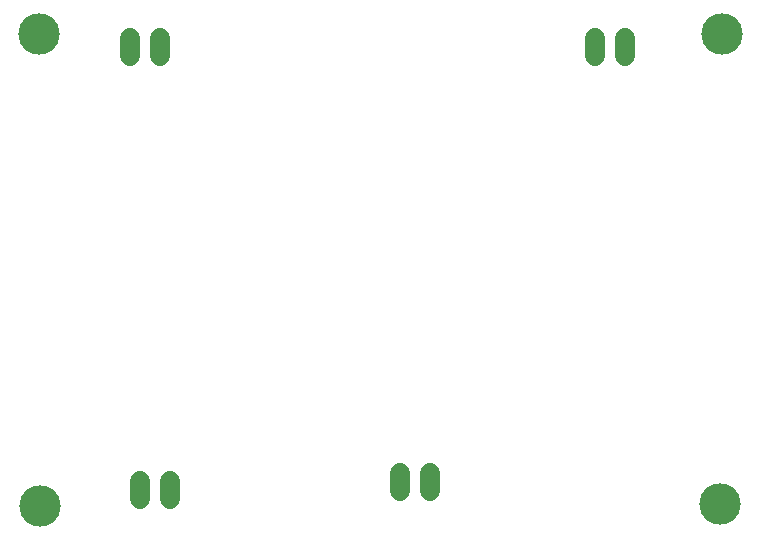
<source format=gbr>
G04 EAGLE Gerber RS-274X export*
G75*
%MOMM*%
%FSLAX34Y34*%
%LPD*%
%INSoldermask Bottom*%
%IPPOS*%
%AMOC8*
5,1,8,0,0,1.08239X$1,22.5*%
G01*
%ADD10C,1.727200*%
%ADD11C,3.505200*%


D10*
X139700Y906780D02*
X139700Y922020D01*
X165100Y922020D02*
X165100Y906780D01*
X558800Y906780D02*
X558800Y922020D01*
X533400Y922020D02*
X533400Y906780D01*
X393700Y553720D02*
X393700Y538480D01*
X368300Y538480D02*
X368300Y553720D01*
X173228Y546608D02*
X173228Y531368D01*
X147828Y531368D02*
X147828Y546608D01*
D11*
X62484Y925068D03*
X640588Y925576D03*
X63500Y525272D03*
X639572Y527304D03*
M02*

</source>
